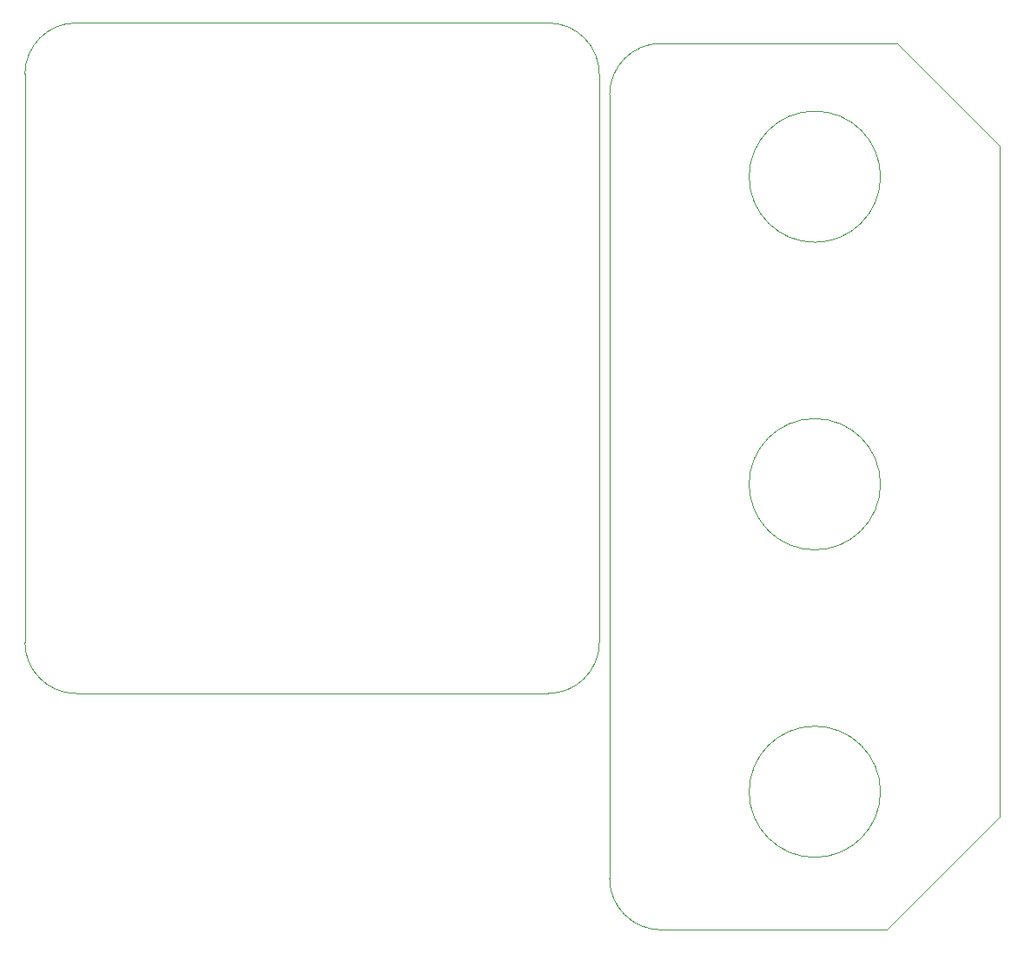
<source format=gbr>
%TF.GenerationSoftware,KiCad,Pcbnew,(6.0.5-0)*%
%TF.CreationDate,2022-07-08T00:30:47+01:00*%
%TF.ProjectId,control,636f6e74-726f-46c2-9e6b-696361645f70,rev?*%
%TF.SameCoordinates,Original*%
%TF.FileFunction,Profile,NP*%
%FSLAX46Y46*%
G04 Gerber Fmt 4.6, Leading zero omitted, Abs format (unit mm)*
G04 Created by KiCad (PCBNEW (6.0.5-0)) date 2022-07-08 00:30:47*
%MOMM*%
%LPD*%
G01*
G04 APERTURE LIST*
%TA.AperFunction,Profile*%
%ADD10C,0.100000*%
%TD*%
G04 APERTURE END LIST*
D10*
X144000000Y-133464466D02*
X155000000Y-122464466D01*
X145000000Y-47000000D02*
X155000000Y-57000000D01*
X122000000Y-133464466D02*
X144000000Y-133464466D01*
X122000000Y-47000000D02*
X145000000Y-47000000D01*
X155000000Y-122464466D02*
X155000000Y-57000000D01*
X117000000Y-128464466D02*
X117000000Y-52000000D01*
X117000000Y-128464466D02*
G75*
G03*
X122000000Y-133464466I5000000J0D01*
G01*
X122000000Y-47000000D02*
G75*
G03*
X117000000Y-52000000I0J-5000000D01*
G01*
X143400000Y-120000000D02*
G75*
G03*
X143400000Y-120000000I-6400000J0D01*
G01*
X143400000Y-90000000D02*
G75*
G03*
X143400000Y-90000000I-6400000J0D01*
G01*
X143400000Y-60000000D02*
G75*
G03*
X143400000Y-60000000I-6400000J0D01*
G01*
X65000000Y-110410000D02*
X111000000Y-110410000D01*
X111000000Y-45000000D02*
X65000000Y-45000000D01*
X111000000Y-110410000D02*
G75*
G03*
X116000000Y-105410000I0J5000000D01*
G01*
X60000000Y-50000000D02*
X60000000Y-105410000D01*
X65000000Y-45000000D02*
G75*
G03*
X60000000Y-50000000I0J-5000000D01*
G01*
X116000000Y-50000000D02*
G75*
G03*
X111000000Y-45000000I-5000000J0D01*
G01*
X116000000Y-105410000D02*
X116000000Y-50000000D01*
X60000000Y-105410000D02*
G75*
G03*
X65000000Y-110410000I5000000J0D01*
G01*
M02*

</source>
